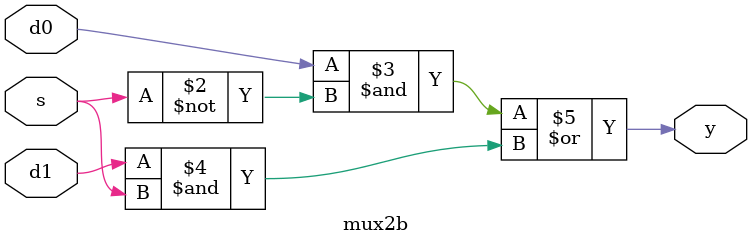
<source format=v>
`timescale 1ns / 1ps
module mux2b(
input d0,
input d1,
input s,
output reg y
);
always@ (d0,d1,s)
begin
y=(d0&~s)|(d1&s);
end
endmodule



</source>
